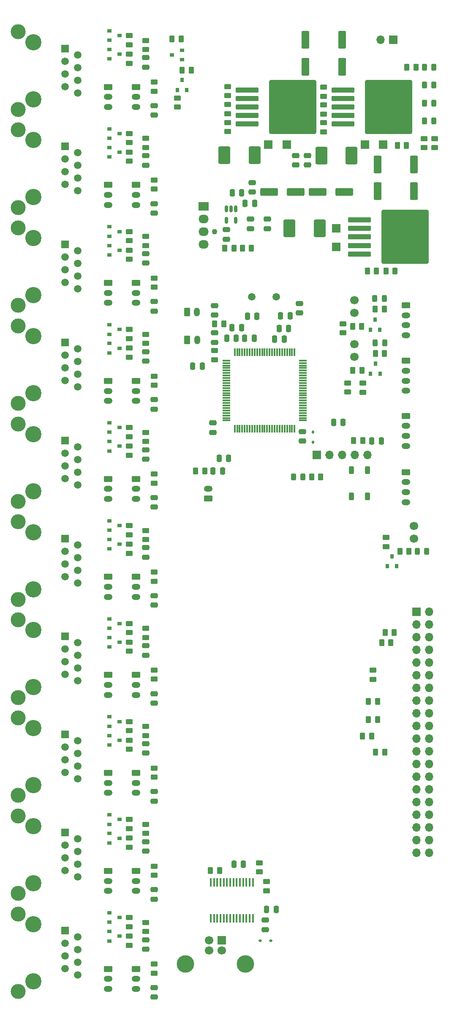
<source format=gbr>
%TF.GenerationSoftware,KiCad,Pcbnew,9.0.0*%
%TF.CreationDate,2025-03-21T01:21:14+03:00*%
%TF.ProjectId,MasterBoard,4d617374-6572-4426-9f61-72642e6b6963,rev?*%
%TF.SameCoordinates,Original*%
%TF.FileFunction,Soldermask,Top*%
%TF.FilePolarity,Negative*%
%FSLAX46Y46*%
G04 Gerber Fmt 4.6, Leading zero omitted, Abs format (unit mm)*
G04 Created by KiCad (PCBNEW 9.0.0) date 2025-03-21 01:21:14*
%MOMM*%
%LPD*%
G01*
G04 APERTURE LIST*
G04 Aperture macros list*
%AMRoundRect*
0 Rectangle with rounded corners*
0 $1 Rounding radius*
0 $2 $3 $4 $5 $6 $7 $8 $9 X,Y pos of 4 corners*
0 Add a 4 corners polygon primitive as box body*
4,1,4,$2,$3,$4,$5,$6,$7,$8,$9,$2,$3,0*
0 Add four circle primitives for the rounded corners*
1,1,$1+$1,$2,$3*
1,1,$1+$1,$4,$5*
1,1,$1+$1,$6,$7*
1,1,$1+$1,$8,$9*
0 Add four rect primitives between the rounded corners*
20,1,$1+$1,$2,$3,$4,$5,0*
20,1,$1+$1,$4,$5,$6,$7,0*
20,1,$1+$1,$6,$7,$8,$9,0*
20,1,$1+$1,$8,$9,$2,$3,0*%
G04 Aperture macros list end*
%ADD10RoundRect,0.250000X-0.262500X-0.450000X0.262500X-0.450000X0.262500X0.450000X-0.262500X0.450000X0*%
%ADD11RoundRect,0.250000X-0.550000X1.500000X-0.550000X-1.500000X0.550000X-1.500000X0.550000X1.500000X0*%
%ADD12RoundRect,0.250000X0.450000X-0.262500X0.450000X0.262500X-0.450000X0.262500X-0.450000X-0.262500X0*%
%ADD13RoundRect,0.250000X-2.050000X-0.300000X2.050000X-0.300000X2.050000X0.300000X-2.050000X0.300000X0*%
%ADD14RoundRect,0.250000X-4.450000X-5.150000X4.450000X-5.150000X4.450000X5.150000X-4.450000X5.150000X0*%
%ADD15R,1.800000X1.700000*%
%ADD16RoundRect,0.250000X0.250000X0.475000X-0.250000X0.475000X-0.250000X-0.475000X0.250000X-0.475000X0*%
%ADD17R,0.900000X0.800000*%
%ADD18R,0.800000X0.900000*%
%ADD19RoundRect,0.250000X0.262500X0.450000X-0.262500X0.450000X-0.262500X-0.450000X0.262500X-0.450000X0*%
%ADD20RoundRect,0.250000X-0.250000X-0.475000X0.250000X-0.475000X0.250000X0.475000X-0.250000X0.475000X0*%
%ADD21RoundRect,0.243750X0.243750X0.456250X-0.243750X0.456250X-0.243750X-0.456250X0.243750X-0.456250X0*%
%ADD22RoundRect,0.250000X-0.475000X0.250000X-0.475000X-0.250000X0.475000X-0.250000X0.475000X0.250000X0*%
%ADD23RoundRect,0.250000X-0.625000X0.350000X-0.625000X-0.350000X0.625000X-0.350000X0.625000X0.350000X0*%
%ADD24O,1.750000X1.200000*%
%ADD25RoundRect,0.112500X0.187500X0.112500X-0.187500X0.112500X-0.187500X-0.112500X0.187500X-0.112500X0*%
%ADD26C,1.500000*%
%ADD27RoundRect,0.250000X-0.450000X0.262500X-0.450000X-0.262500X0.450000X-0.262500X0.450000X0.262500X0*%
%ADD28RoundRect,0.250000X0.625000X-0.350000X0.625000X0.350000X-0.625000X0.350000X-0.625000X-0.350000X0*%
%ADD29R,1.700000X1.800000*%
%ADD30RoundRect,0.075000X-0.075000X0.725000X-0.075000X-0.725000X0.075000X-0.725000X0.075000X0.725000X0*%
%ADD31RoundRect,0.075000X-0.725000X0.075000X-0.725000X-0.075000X0.725000X-0.075000X0.725000X0.075000X0*%
%ADD32C,3.250000*%
%ADD33R,1.500000X1.500000*%
%ADD34C,3.000000*%
%ADD35R,1.700000X1.700000*%
%ADD36O,1.700000X1.700000*%
%ADD37RoundRect,0.250000X0.925000X1.500000X-0.925000X1.500000X-0.925000X-1.500000X0.925000X-1.500000X0*%
%ADD38RoundRect,0.250000X0.475000X-0.250000X0.475000X0.250000X-0.475000X0.250000X-0.475000X-0.250000X0*%
%ADD39RoundRect,0.250000X-0.350000X-0.625000X0.350000X-0.625000X0.350000X0.625000X-0.350000X0.625000X0*%
%ADD40O,1.200000X1.750000*%
%ADD41RoundRect,0.250000X-0.250000X0.525000X-0.250000X-0.525000X0.250000X-0.525000X0.250000X0.525000X0*%
%ADD42RoundRect,0.112500X-0.112500X0.187500X-0.112500X-0.187500X0.112500X-0.187500X0.112500X0.187500X0*%
%ADD43RoundRect,0.250000X-1.500000X-0.550000X1.500000X-0.550000X1.500000X0.550000X-1.500000X0.550000X0*%
%ADD44RoundRect,0.250000X1.500000X0.550000X-1.500000X0.550000X-1.500000X-0.550000X1.500000X-0.550000X0*%
%ADD45C,1.700000*%
%ADD46RoundRect,0.243750X-0.243750X-0.456250X0.243750X-0.456250X0.243750X0.456250X-0.243750X0.456250X0*%
%ADD47RoundRect,0.150000X-0.150000X0.512500X-0.150000X-0.512500X0.150000X-0.512500X0.150000X0.512500X0*%
%ADD48C,1.100000*%
%ADD49R,2.030000X1.730000*%
%ADD50O,2.030000X1.730000*%
%ADD51C,3.500000*%
%ADD52R,0.450000X1.750000*%
G04 APERTURE END LIST*
D10*
%TO.C,R11*%
X165450500Y-67556398D03*
X167275500Y-67556398D03*
%TD*%
D11*
%TO.C,C5*%
X161513000Y-71356398D03*
X161513000Y-76756398D03*
%TD*%
D12*
%TO.C,R107*%
X115058000Y-126871120D03*
X115058000Y-125046120D03*
%TD*%
D13*
%TO.C,U2*%
X135338000Y-56456398D03*
X135338000Y-58156398D03*
X135338000Y-59856398D03*
D14*
X144488000Y-59856398D03*
D13*
X135338000Y-61556398D03*
X135338000Y-63256398D03*
%TD*%
D15*
%TO.C,D2*%
X158973000Y-67406398D03*
X162653000Y-67406398D03*
%TD*%
D16*
%TO.C,C35*%
X130433000Y-132796398D03*
X128533000Y-132796398D03*
%TD*%
D17*
%TO.C,Q41*%
X107758000Y-67981954D03*
X107758000Y-69881954D03*
X109758000Y-68931954D03*
%TD*%
D18*
%TO.C,Q1*%
X121363000Y-56456398D03*
X123263000Y-56456398D03*
X122313000Y-54456398D03*
%TD*%
D17*
%TO.C,Q37*%
X107758000Y-87607509D03*
X107758000Y-89507509D03*
X109758000Y-88557509D03*
%TD*%
D19*
%TO.C,R21*%
X161493000Y-182536398D03*
X159668000Y-182536398D03*
%TD*%
D13*
%TO.C,U1*%
X154588000Y-56456398D03*
X154588000Y-58156398D03*
X154588000Y-59856398D03*
D14*
X163738000Y-59856398D03*
D13*
X154588000Y-61556398D03*
X154588000Y-63256398D03*
%TD*%
D20*
%TO.C,C26*%
X141763000Y-104206398D03*
X143663000Y-104206398D03*
%TD*%
D12*
%TO.C,R48*%
X116758000Y-233348898D03*
X116758000Y-231523898D03*
%TD*%
D21*
%TO.C,LD4*%
X172800500Y-51906398D03*
X170925500Y-51906398D03*
%TD*%
D22*
%TO.C,C53*%
X116758000Y-79231954D03*
X116758000Y-81131954D03*
%TD*%
D23*
%TO.C,ESA5*%
X107458000Y-153984176D03*
D24*
X107458000Y-155984176D03*
X107458000Y-157984176D03*
%TD*%
D25*
%TO.C,D5*%
X140113000Y-226806398D03*
X138013000Y-226806398D03*
%TD*%
D19*
%TO.C,R40*%
X126885500Y-132746398D03*
X125060500Y-132746398D03*
%TD*%
%TO.C,R36*%
X136225500Y-88196398D03*
X134400500Y-88196398D03*
%TD*%
D10*
%TO.C,R32*%
X128000500Y-212756398D03*
X129825500Y-212756398D03*
%TD*%
D12*
%TO.C,R143*%
X115058000Y-67994454D03*
X115058000Y-66169454D03*
%TD*%
D26*
%TO.C,X1*%
X136313000Y-97856398D03*
X141193000Y-97856398D03*
%TD*%
D11*
%TO.C,C4*%
X168763000Y-71356398D03*
X168763000Y-76756398D03*
%TD*%
D17*
%TO.C,Q9*%
X107758000Y-224986398D03*
X107758000Y-226886398D03*
X109758000Y-225936398D03*
%TD*%
D22*
%TO.C,C33*%
X128850500Y-99656398D03*
X128850500Y-101556398D03*
%TD*%
D19*
%TO.C,R3*%
X161275500Y-92756398D03*
X159450500Y-92756398D03*
%TD*%
D27*
%TO.C,R81*%
X111758000Y-182947787D03*
X111758000Y-184772787D03*
%TD*%
D22*
%TO.C,C44*%
X115058000Y-148134176D03*
X115058000Y-150034176D03*
%TD*%
D27*
%TO.C,R118*%
X111758000Y-127796120D03*
X111758000Y-129621120D03*
%TD*%
D18*
%TO.C,Q3*%
X160058500Y-104456398D03*
X161958500Y-104456398D03*
X161008500Y-102456398D03*
%TD*%
D28*
%TO.C,R39*%
X127523000Y-138296398D03*
D24*
X127523000Y-136296398D03*
%TD*%
D11*
%TO.C,C1*%
X154363000Y-46456398D03*
X154363000Y-51856398D03*
%TD*%
D17*
%TO.C,Q2*%
X122313000Y-50406398D03*
X122313000Y-48506398D03*
X120313000Y-49456398D03*
%TD*%
D12*
%TO.C,R96*%
X116758000Y-154846676D03*
X116758000Y-153021676D03*
%TD*%
D15*
%TO.C,D3*%
X139623000Y-67406398D03*
X143303000Y-67406398D03*
%TD*%
D29*
%TO.C,D4*%
X153213000Y-84206398D03*
X153213000Y-87886398D03*
%TD*%
D21*
%TO.C,LD1*%
X172800500Y-62706398D03*
X170925500Y-62706398D03*
%TD*%
D30*
%TO.C,U5*%
X144863000Y-108981398D03*
X144363000Y-108981398D03*
X143862999Y-108981398D03*
X143363000Y-108981398D03*
X142863001Y-108981398D03*
X142363000Y-108981398D03*
X141863000Y-108981398D03*
X141362999Y-108981398D03*
X140863000Y-108981398D03*
X140363000Y-108981398D03*
X139863000Y-108981398D03*
X139363000Y-108981398D03*
X138863000Y-108981397D03*
X138363000Y-108981398D03*
X137863000Y-108981398D03*
X137363000Y-108981398D03*
X136863000Y-108981398D03*
X136363001Y-108981398D03*
X135863000Y-108981398D03*
X135363000Y-108981398D03*
X134862999Y-108981398D03*
X134363000Y-108981398D03*
X133863001Y-108981398D03*
X133363000Y-108981398D03*
X132863000Y-108981398D03*
D31*
X131188000Y-110656398D03*
X131188000Y-111156398D03*
X131188000Y-111656399D03*
X131188000Y-112156398D03*
X131188000Y-112656397D03*
X131188000Y-113156398D03*
X131188000Y-113656398D03*
X131188000Y-114156399D03*
X131188000Y-114656398D03*
X131188000Y-115156398D03*
X131188000Y-115656398D03*
X131188000Y-116156398D03*
X131187999Y-116656398D03*
X131188000Y-117156398D03*
X131188000Y-117656398D03*
X131188000Y-118156398D03*
X131188000Y-118656398D03*
X131188000Y-119156397D03*
X131188000Y-119656398D03*
X131188000Y-120156398D03*
X131188000Y-120656399D03*
X131188000Y-121156398D03*
X131188000Y-121656397D03*
X131188000Y-122156398D03*
X131188000Y-122656398D03*
D30*
X132863000Y-124331398D03*
X133363000Y-124331398D03*
X133863001Y-124331398D03*
X134363000Y-124331398D03*
X134862999Y-124331398D03*
X135363000Y-124331398D03*
X135863000Y-124331398D03*
X136363001Y-124331398D03*
X136863000Y-124331398D03*
X137363000Y-124331398D03*
X137863000Y-124331398D03*
X138363000Y-124331398D03*
X138863000Y-124331399D03*
X139363000Y-124331398D03*
X139863000Y-124331398D03*
X140363000Y-124331398D03*
X140863000Y-124331398D03*
X141362999Y-124331398D03*
X141863000Y-124331398D03*
X142363000Y-124331398D03*
X142863001Y-124331398D03*
X143363000Y-124331398D03*
X143862999Y-124331398D03*
X144363000Y-124331398D03*
X144863000Y-124331398D03*
D31*
X146538000Y-122656398D03*
X146538000Y-122156398D03*
X146538000Y-121656397D03*
X146538000Y-121156398D03*
X146538000Y-120656399D03*
X146538000Y-120156398D03*
X146538000Y-119656398D03*
X146538000Y-119156397D03*
X146538000Y-118656398D03*
X146538000Y-118156398D03*
X146538000Y-117656398D03*
X146538000Y-117156398D03*
X146538001Y-116656398D03*
X146538000Y-116156398D03*
X146538000Y-115656398D03*
X146538000Y-115156398D03*
X146538000Y-114656398D03*
X146538000Y-114156399D03*
X146538000Y-113656398D03*
X146538000Y-113156398D03*
X146538000Y-112656397D03*
X146538000Y-112156398D03*
X146538000Y-111656399D03*
X146538000Y-111156398D03*
X146538000Y-110656398D03*
%TD*%
D23*
%TO.C,ESB5*%
X113058000Y-153984176D03*
D24*
X113058000Y-155984176D03*
X113058000Y-157984176D03*
%TD*%
D23*
%TO.C,ESA10*%
X107458000Y-55856398D03*
D24*
X107458000Y-57856398D03*
X107458000Y-59856398D03*
%TD*%
D12*
%TO.C,R8*%
X131463000Y-57618898D03*
X131463000Y-55793898D03*
%TD*%
%TO.C,R28*%
X137763000Y-213068898D03*
X137763000Y-211243898D03*
%TD*%
%TO.C,R72*%
X116758000Y-194097787D03*
X116758000Y-192272787D03*
%TD*%
D10*
%TO.C,R45*%
X156550500Y-112656398D03*
X158375500Y-112656398D03*
%TD*%
D16*
%TO.C,C22*%
X137313000Y-101756398D03*
X135413000Y-101756398D03*
%TD*%
D12*
%TO.C,R119*%
X115058000Y-107245565D03*
X115058000Y-105420565D03*
%TD*%
D27*
%TO.C,R70*%
X111758000Y-206298342D03*
X111758000Y-208123342D03*
%TD*%
D23*
%TO.C,ESA8*%
X107458000Y-95107509D03*
D24*
X107458000Y-97107509D03*
X107458000Y-99107509D03*
%TD*%
D22*
%TO.C,C16*%
X128483000Y-123156398D03*
X128483000Y-125056398D03*
%TD*%
D17*
%TO.C,Q44*%
X107758000Y-44618898D03*
X107758000Y-46518898D03*
X109758000Y-45568898D03*
%TD*%
D22*
%TO.C,C39*%
X116758000Y-216610842D03*
X116758000Y-218510842D03*
%TD*%
D17*
%TO.C,Q16*%
X107758000Y-181997787D03*
X107758000Y-183897787D03*
X109758000Y-182947787D03*
%TD*%
D27*
%TO.C,R141*%
X111758000Y-84820009D03*
X111758000Y-86645009D03*
%TD*%
D12*
%TO.C,R4*%
X150713000Y-61318898D03*
X150713000Y-59493898D03*
%TD*%
D17*
%TO.C,Q21*%
X107758000Y-166109731D03*
X107758000Y-168009731D03*
X109758000Y-167059731D03*
%TD*%
D12*
%TO.C,R83*%
X115058000Y-166122231D03*
X115058000Y-164297231D03*
%TD*%
D17*
%TO.C,Q13*%
X107758000Y-205360842D03*
X107758000Y-207260842D03*
X109758000Y-206310842D03*
%TD*%
D32*
%TO.C,MC1*%
X92513000Y-223521398D03*
X92513000Y-234951398D03*
D33*
X98863000Y-224791398D03*
D26*
X101403000Y-226061398D03*
X98863000Y-227331398D03*
X101403000Y-228601398D03*
X98863000Y-229871398D03*
X101403000Y-231141398D03*
X98863000Y-232411398D03*
X101403000Y-233681398D03*
D34*
X89463000Y-221466398D03*
X89463000Y-237006398D03*
%TD*%
D18*
%TO.C,Q4*%
X163433000Y-151856398D03*
X165333000Y-151856398D03*
X164383000Y-149856398D03*
%TD*%
D12*
%TO.C,R95*%
X115058000Y-146496676D03*
X115058000Y-144671676D03*
%TD*%
D23*
%TO.C,ESA2*%
X107458000Y-212860842D03*
D24*
X107458000Y-214860842D03*
X107458000Y-216860842D03*
%TD*%
D12*
%TO.C,R29*%
X139263000Y-216818898D03*
X139263000Y-214993898D03*
%TD*%
D17*
%TO.C,Q45*%
X107758000Y-48356398D03*
X107758000Y-50256398D03*
X109758000Y-49306398D03*
%TD*%
D22*
%TO.C,C46*%
X115058000Y-128508620D03*
X115058000Y-130408620D03*
%TD*%
D17*
%TO.C,Q28*%
X107758000Y-123121120D03*
X107758000Y-125021120D03*
X109758000Y-124071120D03*
%TD*%
D32*
%TO.C,MC10*%
X92513000Y-46891398D03*
X92513000Y-58321398D03*
D33*
X98863000Y-48161398D03*
D26*
X101403000Y-49431398D03*
X98863000Y-50701398D03*
X101403000Y-51971398D03*
X98863000Y-53241398D03*
X101403000Y-54511398D03*
X98863000Y-55781398D03*
X101403000Y-57051398D03*
D34*
X89463000Y-44836398D03*
X89463000Y-60376398D03*
%TD*%
D12*
%TO.C,R5*%
X131463000Y-61218898D03*
X131463000Y-59393898D03*
%TD*%
D23*
%TO.C,ESA9*%
X107458000Y-75481954D03*
D24*
X107458000Y-77481954D03*
X107458000Y-79481954D03*
%TD*%
D32*
%TO.C,MC6*%
X92513000Y-125393620D03*
X92513000Y-136823620D03*
D33*
X98863000Y-126663620D03*
D26*
X101403000Y-127933620D03*
X98863000Y-129203620D03*
X101403000Y-130473620D03*
X98863000Y-131743620D03*
X101403000Y-133013620D03*
X98863000Y-134283620D03*
X101403000Y-135553620D03*
D34*
X89463000Y-123338620D03*
X89463000Y-138878620D03*
%TD*%
D17*
%TO.C,Q36*%
X107758000Y-83870009D03*
X107758000Y-85770009D03*
X109758000Y-84820009D03*
%TD*%
D21*
%TO.C,LD10*%
X162913000Y-107106398D03*
X161038000Y-107106398D03*
%TD*%
D27*
%TO.C,R57*%
X111758000Y-222198898D03*
X111758000Y-224023898D03*
%TD*%
D12*
%TO.C,R23*%
X160613000Y-174506398D03*
X160613000Y-172681398D03*
%TD*%
D19*
%TO.C,R44*%
X167783000Y-148836398D03*
X165958000Y-148836398D03*
%TD*%
D21*
%TO.C,LD2*%
X172800500Y-59156398D03*
X170925500Y-59156398D03*
%TD*%
D27*
%TO.C,R93*%
X111758000Y-163322231D03*
X111758000Y-165147231D03*
%TD*%
D23*
%TO.C,J2*%
X167163000Y-110706398D03*
D24*
X167163000Y-112706398D03*
X167163000Y-114706398D03*
X167163000Y-116706398D03*
%TD*%
D22*
%TO.C,C43*%
X116758000Y-177359731D03*
X116758000Y-179259731D03*
%TD*%
D23*
%TO.C,ESB10*%
X113058000Y-55856398D03*
D24*
X113058000Y-57856398D03*
X113058000Y-59856398D03*
%TD*%
D12*
%TO.C,R120*%
X116758000Y-115595565D03*
X116758000Y-113770565D03*
%TD*%
%TO.C,R132*%
X116758000Y-95970009D03*
X116758000Y-94145009D03*
%TD*%
D23*
%TO.C,J4*%
X167163000Y-133006398D03*
D24*
X167163000Y-135006398D03*
X167163000Y-137006398D03*
X167163000Y-139006398D03*
%TD*%
D23*
%TO.C,ESA3*%
X107458000Y-193235287D03*
D24*
X107458000Y-195235287D03*
X107458000Y-197235287D03*
%TD*%
D32*
%TO.C,MC4*%
X92513000Y-164644731D03*
X92513000Y-176074731D03*
D33*
X98863000Y-165914731D03*
D26*
X101403000Y-167184731D03*
X98863000Y-168454731D03*
X101403000Y-169724731D03*
X98863000Y-170994731D03*
X101403000Y-172264731D03*
X98863000Y-173534731D03*
X101403000Y-174804731D03*
D34*
X89463000Y-162589731D03*
X89463000Y-178129731D03*
%TD*%
D19*
%TO.C,R17*%
X164165500Y-167146398D03*
X162340500Y-167146398D03*
%TD*%
D22*
%TO.C,C52*%
X115058000Y-69631954D03*
X115058000Y-71531954D03*
%TD*%
D27*
%TO.C,R43*%
X163223000Y-146063898D03*
X163223000Y-147888898D03*
%TD*%
D12*
%TO.C,R108*%
X116758000Y-135221120D03*
X116758000Y-133396120D03*
%TD*%
D19*
%TO.C,R20*%
X160293000Y-185846398D03*
X158468000Y-185846398D03*
%TD*%
D17*
%TO.C,Q8*%
X107758000Y-221248898D03*
X107758000Y-223148898D03*
X109758000Y-222198898D03*
%TD*%
D35*
%TO.C,PWR1*%
X164633000Y-46456398D03*
D36*
X162093000Y-46456398D03*
%TD*%
D19*
%TO.C,R13*%
X158525500Y-126706398D03*
X156700500Y-126706398D03*
%TD*%
D10*
%TO.C,R34*%
X128838000Y-103306398D03*
X130663000Y-103306398D03*
%TD*%
D20*
%TO.C,C27*%
X134862999Y-106156398D03*
X136762999Y-106156398D03*
%TD*%
D37*
%TO.C,L3*%
X149888000Y-84206398D03*
X143838000Y-84206398D03*
%TD*%
D38*
%TO.C,C8*%
X145113000Y-71506398D03*
X145113000Y-69606398D03*
%TD*%
D27*
%TO.C,R38*%
X128863000Y-108643898D03*
X128863000Y-110468898D03*
%TD*%
%TO.C,R166*%
X111758000Y-49293898D03*
X111758000Y-51118898D03*
%TD*%
D16*
%TO.C,C28*%
X133163000Y-106156398D03*
X131263000Y-106156398D03*
%TD*%
D23*
%TO.C,ESB6*%
X113058000Y-134358620D03*
D24*
X113058000Y-136358620D03*
X113058000Y-138358620D03*
%TD*%
D39*
%TO.C,R33*%
X123313000Y-100956398D03*
D40*
X125313000Y-100956398D03*
%TD*%
D27*
%TO.C,R106*%
X111758000Y-147421676D03*
X111758000Y-149246676D03*
%TD*%
D12*
%TO.C,R71*%
X115058000Y-185747787D03*
X115058000Y-183922787D03*
%TD*%
D21*
%TO.C,LD8*%
X162833500Y-98206398D03*
X160958500Y-98206398D03*
%TD*%
D17*
%TO.C,Q29*%
X107758000Y-126858620D03*
X107758000Y-128758620D03*
X109758000Y-127808620D03*
%TD*%
D12*
%TO.C,R10*%
X170813000Y-68018898D03*
X170813000Y-66193898D03*
%TD*%
D38*
%TO.C,C12*%
X131175500Y-86356398D03*
X131175500Y-84456398D03*
%TD*%
D10*
%TO.C,R26*%
X122313000Y-52506398D03*
X124138000Y-52506398D03*
%TD*%
D22*
%TO.C,C7*%
X136363000Y-75006398D03*
X136363000Y-76906398D03*
%TD*%
%TO.C,C41*%
X116758000Y-196985287D03*
X116758000Y-198885287D03*
%TD*%
%TO.C,C47*%
X116758000Y-138108620D03*
X116758000Y-140008620D03*
%TD*%
D23*
%TO.C,ESA6*%
X107458000Y-134358620D03*
D24*
X107458000Y-136358620D03*
X107458000Y-138358620D03*
%TD*%
D22*
%TO.C,C14*%
X136063000Y-82356398D03*
X136063000Y-84256398D03*
%TD*%
D27*
%TO.C,R154*%
X111758000Y-68919454D03*
X111758000Y-70744454D03*
%TD*%
D12*
%TO.C,R16*%
X154608500Y-105131398D03*
X154608500Y-103306398D03*
%TD*%
%TO.C,R156*%
X116758000Y-56718898D03*
X116758000Y-54893898D03*
%TD*%
D17*
%TO.C,Q25*%
X107758000Y-146484176D03*
X107758000Y-148384176D03*
X109758000Y-147434176D03*
%TD*%
D19*
%TO.C,R18*%
X164828000Y-165146398D03*
X163003000Y-165146398D03*
%TD*%
D10*
%TO.C,R27*%
X120313000Y-46256398D03*
X122138000Y-46256398D03*
%TD*%
D37*
%TO.C,L1*%
X156288000Y-69606398D03*
X150238000Y-69606398D03*
%TD*%
D17*
%TO.C,Q12*%
X107758000Y-201623342D03*
X107758000Y-203523342D03*
X109758000Y-202573342D03*
%TD*%
%TO.C,Q40*%
X107758000Y-64244454D03*
X107758000Y-66144454D03*
X109758000Y-65194454D03*
%TD*%
D23*
%TO.C,J3*%
X167163000Y-121756398D03*
D24*
X167163000Y-123756398D03*
X167163000Y-125756398D03*
X167163000Y-127756398D03*
%TD*%
D27*
%TO.C,R130*%
X111758000Y-108170565D03*
X111758000Y-109995565D03*
%TD*%
D13*
%TO.C,U3*%
X157888000Y-82506398D03*
X157888000Y-84206398D03*
X157888000Y-85906398D03*
D14*
X167038000Y-85906398D03*
D13*
X157888000Y-87606398D03*
X157888000Y-89306398D03*
%TD*%
D41*
%TO.C,SW1*%
X159463000Y-132631398D03*
X159463000Y-137881398D03*
X156263000Y-132631398D03*
X156263000Y-137881398D03*
%TD*%
D10*
%TO.C,R24*%
X148263000Y-133986398D03*
X150088000Y-133986398D03*
%TD*%
D20*
%TO.C,C20*%
X140863000Y-106356398D03*
X142763000Y-106356398D03*
%TD*%
D42*
%TO.C,D1*%
X148563000Y-124956398D03*
X148563000Y-127056398D03*
%TD*%
D23*
%TO.C,ESB3*%
X113058000Y-193235287D03*
D24*
X113058000Y-195235287D03*
X113058000Y-197235287D03*
%TD*%
D32*
%TO.C,MC7*%
X92513000Y-105768065D03*
X92513000Y-117198065D03*
D33*
X98863000Y-107038065D03*
D26*
X101403000Y-108308065D03*
X98863000Y-109578065D03*
X101403000Y-110848065D03*
X98863000Y-112118065D03*
X101403000Y-113388065D03*
X98863000Y-114658065D03*
X101403000Y-115928065D03*
D34*
X89463000Y-103713065D03*
X89463000Y-119253065D03*
%TD*%
D27*
%TO.C,R94*%
X111758000Y-167047231D03*
X111758000Y-168872231D03*
%TD*%
D22*
%TO.C,C40*%
X115058000Y-187385287D03*
X115058000Y-189285287D03*
%TD*%
D12*
%TO.C,R84*%
X116758000Y-174472231D03*
X116758000Y-172647231D03*
%TD*%
D39*
%TO.C,R37*%
X123363000Y-106556398D03*
D40*
X125363000Y-106556398D03*
%TD*%
D32*
%TO.C,MC5*%
X92513000Y-145019176D03*
X92513000Y-156449176D03*
D33*
X98863000Y-146289176D03*
D26*
X101403000Y-147559176D03*
X98863000Y-148829176D03*
X101403000Y-150099176D03*
X98863000Y-151369176D03*
X101403000Y-152639176D03*
X98863000Y-153909176D03*
X101403000Y-155179176D03*
D34*
X89463000Y-142964176D03*
X89463000Y-158504176D03*
%TD*%
D22*
%TO.C,C19*%
X146413000Y-124906398D03*
X146413000Y-126806398D03*
%TD*%
D16*
%TO.C,C21*%
X143963000Y-101706398D03*
X142063000Y-101706398D03*
%TD*%
D22*
%TO.C,C37*%
X116758000Y-236236398D03*
X116758000Y-238136398D03*
%TD*%
D16*
%TO.C,C24*%
X134213000Y-104106398D03*
X132313000Y-104106398D03*
%TD*%
D23*
%TO.C,ESA7*%
X107458000Y-114733065D03*
D24*
X107458000Y-116733065D03*
X107458000Y-118733065D03*
%TD*%
D27*
%TO.C,R58*%
X111758000Y-225923898D03*
X111758000Y-227748898D03*
%TD*%
D22*
%TO.C,C45*%
X116758000Y-157734176D03*
X116758000Y-159634176D03*
%TD*%
D32*
%TO.C,MC3*%
X92513000Y-184270287D03*
X92513000Y-195700287D03*
D33*
X98863000Y-185540287D03*
D26*
X101403000Y-186810287D03*
X98863000Y-188080287D03*
X101403000Y-189350287D03*
X98863000Y-190620287D03*
X101403000Y-191890287D03*
X98863000Y-193160287D03*
X101403000Y-194430287D03*
D34*
X89463000Y-182215287D03*
X89463000Y-197755287D03*
%TD*%
D22*
%TO.C,C13*%
X139413000Y-82356398D03*
X139413000Y-84256398D03*
%TD*%
D20*
%TO.C,C10*%
X132363000Y-77056398D03*
X134263000Y-77056398D03*
%TD*%
D17*
%TO.C,Q20*%
X107758000Y-162372231D03*
X107758000Y-164272231D03*
X109758000Y-163322231D03*
%TD*%
D27*
%TO.C,R2*%
X131463000Y-62993898D03*
X131463000Y-64818898D03*
%TD*%
D22*
%TO.C,C49*%
X116758000Y-118483065D03*
X116758000Y-120383065D03*
%TD*%
D10*
%TO.C,R41*%
X156483500Y-103856398D03*
X158308500Y-103856398D03*
%TD*%
D22*
%TO.C,C48*%
X115058000Y-108883065D03*
X115058000Y-110783065D03*
%TD*%
D11*
%TO.C,C2*%
X147063000Y-46456398D03*
X147063000Y-51856398D03*
%TD*%
D23*
%TO.C,ESB7*%
X113058000Y-114733065D03*
D24*
X113058000Y-116733065D03*
X113058000Y-118733065D03*
%TD*%
D20*
%TO.C,C15*%
X160363000Y-126756398D03*
X162263000Y-126756398D03*
%TD*%
D43*
%TO.C,C6*%
X139713000Y-76906398D03*
X145113000Y-76906398D03*
%TD*%
D27*
%TO.C,R165*%
X111758000Y-45568898D03*
X111758000Y-47393898D03*
%TD*%
%TO.C,R82*%
X111758000Y-186672787D03*
X111758000Y-188497787D03*
%TD*%
D20*
%TO.C,C18*%
X129763000Y-130216398D03*
X131663000Y-130216398D03*
%TD*%
D19*
%TO.C,R19*%
X162953000Y-189096398D03*
X161128000Y-189096398D03*
%TD*%
D27*
%TO.C,R14*%
X158513000Y-115193898D03*
X158513000Y-117018898D03*
%TD*%
D32*
%TO.C,MC8*%
X92513000Y-86142509D03*
X92513000Y-97572509D03*
D33*
X98863000Y-87412509D03*
D26*
X101403000Y-88682509D03*
X98863000Y-89952509D03*
X101403000Y-91222509D03*
X98863000Y-92492509D03*
X101403000Y-93762509D03*
X98863000Y-95032509D03*
X101403000Y-96302509D03*
D34*
X89463000Y-84087509D03*
X89463000Y-99627509D03*
%TD*%
D35*
%TO.C,RP1*%
X169323000Y-160956398D03*
D36*
X171863000Y-160956398D03*
X169323000Y-163496398D03*
X171863000Y-163496398D03*
X169323000Y-166036398D03*
X171863000Y-166036398D03*
X169323000Y-168576398D03*
X171863000Y-168576398D03*
X169323000Y-171116398D03*
X171863000Y-171116398D03*
X169323000Y-173656398D03*
X171863000Y-173656398D03*
X169323000Y-176196398D03*
X171863000Y-176196398D03*
X169323000Y-178736398D03*
X171863000Y-178736398D03*
X169323000Y-181276398D03*
X171863000Y-181276398D03*
X169323000Y-183816398D03*
X171863000Y-183816398D03*
X169323000Y-186356398D03*
X171863000Y-186356398D03*
X169323000Y-188896398D03*
X171863000Y-188896398D03*
X169323000Y-191436398D03*
X171863000Y-191436398D03*
X169323000Y-193976398D03*
X171863000Y-193976398D03*
X169323000Y-196516398D03*
X171863000Y-196516398D03*
X169323000Y-199056398D03*
X171863000Y-199056398D03*
X169323000Y-201596398D03*
X171863000Y-201596398D03*
X169323000Y-204136398D03*
X171863000Y-204136398D03*
X169323000Y-206676398D03*
X171863000Y-206676398D03*
X169323000Y-209216398D03*
X171863000Y-209216398D03*
%TD*%
D44*
%TO.C,C3*%
X154863000Y-76906398D03*
X149463000Y-76906398D03*
%TD*%
D23*
%TO.C,ESB8*%
X113058000Y-95107509D03*
D24*
X113058000Y-97107509D03*
X113058000Y-99107509D03*
%TD*%
D12*
%TO.C,R131*%
X115058000Y-87620009D03*
X115058000Y-85795009D03*
%TD*%
D32*
%TO.C,MC2*%
X92513000Y-203895842D03*
X92513000Y-215325842D03*
D33*
X98863000Y-205165842D03*
D26*
X101403000Y-206435842D03*
X98863000Y-207705842D03*
X101403000Y-208975842D03*
X98863000Y-210245842D03*
X101403000Y-211515842D03*
X98863000Y-212785842D03*
X101403000Y-214055842D03*
D34*
X89463000Y-201840842D03*
X89463000Y-217380842D03*
%TD*%
D45*
%TO.C,J5*%
X156854500Y-101076398D03*
X156854500Y-98536398D03*
%TD*%
D17*
%TO.C,Q33*%
X107758000Y-107233065D03*
X107758000Y-109133065D03*
X109758000Y-108183065D03*
%TD*%
D27*
%TO.C,R117*%
X111758000Y-124071120D03*
X111758000Y-125896120D03*
%TD*%
D46*
%TO.C,LD9*%
X169458000Y-148836398D03*
X171333000Y-148836398D03*
%TD*%
D23*
%TO.C,ESA1*%
X107458000Y-232486398D03*
D24*
X107458000Y-234486398D03*
X107458000Y-236486398D03*
%TD*%
D22*
%TO.C,C51*%
X116758000Y-98857509D03*
X116758000Y-100757509D03*
%TD*%
D23*
%TO.C,ESB1*%
X113058000Y-232486398D03*
D24*
X113058000Y-234486398D03*
X113058000Y-236486398D03*
%TD*%
D12*
%TO.C,R9*%
X172963000Y-68018898D03*
X172963000Y-66193898D03*
%TD*%
D23*
%TO.C,ESB4*%
X113058000Y-173609731D03*
D24*
X113058000Y-175609731D03*
X113058000Y-177609731D03*
%TD*%
D19*
%TO.C,R42*%
X162833500Y-100356398D03*
X161008500Y-100356398D03*
%TD*%
D12*
%TO.C,R47*%
X115058000Y-224998898D03*
X115058000Y-223173898D03*
%TD*%
D37*
%TO.C,L2*%
X136838000Y-69556398D03*
X130788000Y-69556398D03*
%TD*%
D47*
%TO.C,U4*%
X133075500Y-80268898D03*
X132125500Y-80268898D03*
X131175500Y-80268898D03*
X131175500Y-82543898D03*
X133075500Y-82543898D03*
%TD*%
D27*
%TO.C,R69*%
X111758000Y-202573342D03*
X111758000Y-204398342D03*
%TD*%
D22*
%TO.C,C30*%
X139013000Y-222706398D03*
X139013000Y-224606398D03*
%TD*%
D38*
%TO.C,C25*%
X145863000Y-101106398D03*
X145863000Y-99206398D03*
%TD*%
D22*
%TO.C,C50*%
X115058000Y-89257509D03*
X115058000Y-91157509D03*
%TD*%
D27*
%TO.C,R105*%
X111758000Y-143696676D03*
X111758000Y-145521676D03*
%TD*%
D10*
%TO.C,R12*%
X167350500Y-51906398D03*
X169175500Y-51906398D03*
%TD*%
D48*
%TO.C,FAN1*%
X128823000Y-84836398D03*
D49*
X126663000Y-79756398D03*
D50*
X126663000Y-82296398D03*
X126663000Y-84836398D03*
X126663000Y-87376398D03*
%TD*%
D17*
%TO.C,Q32*%
X107758000Y-103495565D03*
X107758000Y-105395565D03*
X109758000Y-104445565D03*
%TD*%
D19*
%TO.C,R46*%
X162888000Y-109256398D03*
X161063000Y-109256398D03*
%TD*%
D35*
%TO.C,USB1*%
X130243000Y-226796398D03*
D45*
X127743000Y-226796398D03*
X127743000Y-228796398D03*
X130243000Y-228796398D03*
D51*
X135013000Y-231506398D03*
X122973000Y-231506398D03*
%TD*%
D20*
%TO.C,C29*%
X132713000Y-211556398D03*
X134613000Y-211556398D03*
%TD*%
D22*
%TO.C,C36*%
X115058000Y-226636398D03*
X115058000Y-228536398D03*
%TD*%
%TO.C,C54*%
X115058000Y-50006398D03*
X115058000Y-51906398D03*
%TD*%
D46*
%TO.C,LD5*%
X144638000Y-133986398D03*
X146513000Y-133986398D03*
%TD*%
D45*
%TO.C,J7*%
X156854500Y-109876398D03*
X156854500Y-107336398D03*
%TD*%
D27*
%TO.C,R142*%
X111758000Y-88545009D03*
X111758000Y-90370009D03*
%TD*%
%TO.C,R25*%
X121363000Y-58093898D03*
X121363000Y-59918898D03*
%TD*%
D45*
%TO.C,J6*%
X168807000Y-143816398D03*
X168807000Y-146356398D03*
%TD*%
D22*
%TO.C,C42*%
X115058000Y-167759731D03*
X115058000Y-169659731D03*
%TD*%
%TO.C,C55*%
X116758000Y-59606398D03*
X116758000Y-61506398D03*
%TD*%
D21*
%TO.C,LD3*%
X172800500Y-55456398D03*
X170925500Y-55456398D03*
%TD*%
D22*
%TO.C,C34*%
X128863000Y-105106398D03*
X128863000Y-107006398D03*
%TD*%
D23*
%TO.C,ESB2*%
X113058000Y-212860842D03*
D24*
X113058000Y-214860842D03*
X113058000Y-216860842D03*
%TD*%
D17*
%TO.C,Q24*%
X107758000Y-142746676D03*
X107758000Y-144646676D03*
X109758000Y-143696676D03*
%TD*%
D32*
%TO.C,MC9*%
X92513000Y-66516954D03*
X92513000Y-77946954D03*
D33*
X98863000Y-67786954D03*
D26*
X101403000Y-69056954D03*
X98863000Y-70326954D03*
X101403000Y-71596954D03*
X98863000Y-72866954D03*
X101403000Y-74136954D03*
X98863000Y-75406954D03*
X101403000Y-76676954D03*
D34*
X89463000Y-64461954D03*
X89463000Y-80001954D03*
%TD*%
D27*
%TO.C,R15*%
X155463000Y-115131398D03*
X155463000Y-116956398D03*
%TD*%
D16*
%TO.C,C23*%
X126363000Y-111756398D03*
X124463000Y-111756398D03*
%TD*%
D22*
%TO.C,C38*%
X115058000Y-207010842D03*
X115058000Y-208910842D03*
%TD*%
D20*
%TO.C,C17*%
X152683000Y-123056398D03*
X154583000Y-123056398D03*
%TD*%
D27*
%TO.C,R1*%
X150713000Y-63043898D03*
X150713000Y-64868898D03*
%TD*%
D38*
%TO.C,C9*%
X147463000Y-71506398D03*
X147463000Y-69606398D03*
%TD*%
D20*
%TO.C,C32*%
X139263000Y-220556398D03*
X141163000Y-220556398D03*
%TD*%
D27*
%TO.C,R153*%
X111758000Y-65194454D03*
X111758000Y-67019454D03*
%TD*%
D52*
%TO.C,U6*%
X136513000Y-215156398D03*
X135863000Y-215156398D03*
X135213000Y-215156398D03*
X134563000Y-215156398D03*
X133913000Y-215156398D03*
X133263000Y-215156398D03*
X132613000Y-215156398D03*
X131963000Y-215156398D03*
X131313000Y-215156398D03*
X130663000Y-215156398D03*
X130013000Y-215156398D03*
X129363000Y-215156398D03*
X128713000Y-215156398D03*
X128063000Y-215156398D03*
X128063000Y-222356398D03*
X128713000Y-222356398D03*
X129363000Y-222356398D03*
X130013000Y-222356398D03*
X130663000Y-222356398D03*
X131313000Y-222356398D03*
X131963000Y-222356398D03*
X132613000Y-222356398D03*
X133263000Y-222356398D03*
X133913000Y-222356398D03*
X134563000Y-222356398D03*
X135213000Y-222356398D03*
X135863000Y-222356398D03*
X136513000Y-222356398D03*
%TD*%
D12*
%TO.C,R144*%
X116758000Y-76344454D03*
X116758000Y-74519454D03*
%TD*%
D35*
%TO.C,SWD1*%
X149323000Y-129556398D03*
D36*
X151863000Y-129556398D03*
X154403000Y-129556398D03*
X156943000Y-129556398D03*
X159483000Y-129556398D03*
%TD*%
D19*
%TO.C,R35*%
X132728000Y-88196398D03*
X130903000Y-88196398D03*
%TD*%
D23*
%TO.C,ESB9*%
X113058000Y-75481954D03*
D24*
X113058000Y-77481954D03*
X113058000Y-79481954D03*
%TD*%
D27*
%TO.C,R129*%
X111758000Y-104445565D03*
X111758000Y-106270565D03*
%TD*%
D10*
%TO.C,R6*%
X163200500Y-92756398D03*
X165025500Y-92756398D03*
%TD*%
D23*
%TO.C,ESA4*%
X107458000Y-173609731D03*
D24*
X107458000Y-175609731D03*
X107458000Y-177609731D03*
%TD*%
D16*
%TO.C,C11*%
X136863000Y-79206398D03*
X134963000Y-79206398D03*
%TD*%
D19*
%TO.C,R22*%
X161508000Y-178896398D03*
X159683000Y-178896398D03*
%TD*%
D17*
%TO.C,Q17*%
X107758000Y-185735287D03*
X107758000Y-187635287D03*
X109758000Y-186685287D03*
%TD*%
D18*
%TO.C,Q5*%
X160113000Y-113306398D03*
X162013000Y-113306398D03*
X161063000Y-111306398D03*
%TD*%
D12*
%TO.C,R59*%
X115058000Y-205373342D03*
X115058000Y-203548342D03*
%TD*%
D23*
%TO.C,J1*%
X167163000Y-99606398D03*
D24*
X167163000Y-101606398D03*
X167163000Y-103606398D03*
X167163000Y-105606398D03*
%TD*%
D12*
%TO.C,R7*%
X150713000Y-57718898D03*
X150713000Y-55893898D03*
%TD*%
%TO.C,R60*%
X116758000Y-213723342D03*
X116758000Y-211898342D03*
%TD*%
%TO.C,R155*%
X115058000Y-48368898D03*
X115058000Y-46543898D03*
%TD*%
M02*

</source>
